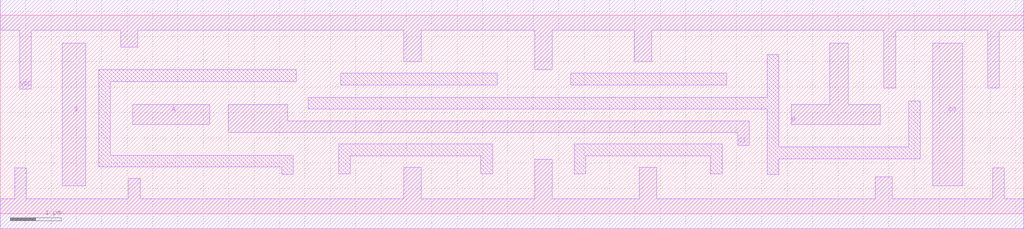
<source format=lef>
# Copyright 2022 GlobalFoundries PDK Authors
#
# Licensed under the Apache License, Version 2.0 (the "License");
# you may not use this file except in compliance with the License.
# You may obtain a copy of the License at
#
#      http://www.apache.org/licenses/LICENSE-2.0
#
# Unless required by applicable law or agreed to in writing, software
# distributed under the License is distributed on an "AS IS" BASIS,
# WITHOUT WARRANTIES OR CONDITIONS OF ANY KIND, either express or implied.
# See the License for the specific language governing permissions and
# limitations under the License.

MACRO gf180mcu_fd_sc_mcu7t5v0__addf_2
  CLASS core ;
  FOREIGN gf180mcu_fd_sc_mcu7t5v0__addf_2 0.0 0.0 ;
  ORIGIN 0 0 ;
  SYMMETRY X Y ;
  SITE GF018hv5v_mcu_sc7 ;
  SIZE 20.16 BY 3.92 ;
  PIN A
    DIRECTION INPUT ;
    ANTENNAGATEAREA 2.372 ;
    PORT
      LAYER Metal1 ;
        POLYGON 2.605 1.76 4.13 1.76 4.13 2.16 2.605 2.16  ;
    END
  END A
  PIN B
    DIRECTION INPUT ;
    ANTENNAGATEAREA 2.372 ;
    PORT
      LAYER Metal1 ;
        POLYGON 15.58 1.76 17.335 1.76 17.335 2.16 16.7 2.16 16.7 3.37 16.34 3.37 16.34 2.16 15.58 2.16  ;
    END
  END B
  PIN CI
    DIRECTION INPUT ;
    ANTENNAGATEAREA 1.754 ;
    PORT
      LAYER Metal1 ;
        POLYGON 4.49 1.605 9.695 1.605 14.215 1.605 14.525 1.605 14.525 1.345 14.755 1.345 14.755 1.835 14.215 1.835 9.695 1.835 5.66 1.835 5.66 2.16 4.49 2.16  ;
    END
  END CI
  PIN CO
    DIRECTION OUTPUT ;
    ANTENNADIFFAREA 1.0452 ;
    PORT
      LAYER Metal1 ;
        POLYGON 18.37 0.55 18.96 0.55 18.96 3.37 18.37 3.37  ;
    END
  END CO
  PIN S
    DIRECTION OUTPUT ;
    ANTENNADIFFAREA 1.0062 ;
    PORT
      LAYER Metal1 ;
        POLYGON 1.22 0.55 1.68 0.55 1.68 3.37 1.22 3.37  ;
    END
  END S
  PIN VDD
    DIRECTION INOUT ;
    USE power ;
    SHAPE ABUTMENT ;
    PORT
      LAYER Metal1 ;
        POLYGON 0 3.62 0.385 3.62 0.385 2.46 0.615 2.46 0.615 3.62 2.37 3.62 2.37 3.285 2.71 3.285 2.71 3.62 5.83 3.62 7.95 3.62 7.95 3.005 8.29 3.005 8.29 3.62 9.79 3.62 10.53 3.62 10.53 2.845 10.87 2.845 10.87 3.62 12.49 3.62 12.49 3.005 12.83 3.005 12.83 3.62 14.31 3.62 17.405 3.62 17.405 2.48 17.635 2.48 17.635 3.62 18.12 3.62 19.445 3.62 19.445 2.48 19.675 2.48 19.675 3.62 20.16 3.62 20.16 4.22 18.12 4.22 14.31 4.22 9.79 4.22 5.83 4.22 0 4.22  ;
    END
  END VDD
  PIN VSS
    DIRECTION INOUT ;
    USE ground ;
    SHAPE ABUTMENT ;
    PORT
      LAYER Metal1 ;
        POLYGON 0 -0.3 20.16 -0.3 20.16 0.3 19.775 0.3 19.775 0.905 19.545 0.905 19.545 0.3 17.57 0.3 17.57 0.73 17.23 0.73 17.23 0.3 12.93 0.3 12.93 0.915 12.59 0.915 12.59 0.3 10.87 0.3 10.87 1.075 10.53 1.075 10.53 0.3 8.29 0.3 8.29 0.915 7.95 0.915 7.95 0.3 2.755 0.3 2.755 0.695 2.525 0.695 2.525 0.3 0.515 0.3 0.515 0.905 0.285 0.905 0.285 0.3 0 0.3  ;
    END
  END VSS
  OBS
      LAYER Metal1 ;
        POLYGON 2.17 2.61 5.83 2.61 5.83 2.845 1.94 2.845 1.94 0.925 5.545 0.925 5.545 0.78 5.775 0.78 5.775 1.155 2.17 1.155  ;
        POLYGON 6.665 0.79 6.895 0.79 6.895 1.145 9.465 1.145 9.465 0.79 9.695 0.79 9.695 1.375 6.665 1.375  ;
        POLYGON 6.71 2.54 9.79 2.54 9.79 2.775 6.71 2.775  ;
        POLYGON 11.305 0.79 11.535 0.79 11.535 1.145 13.985 1.145 13.985 0.79 14.215 0.79 14.215 1.375 11.305 1.375  ;
        POLYGON 11.24 2.545 14.31 2.545 14.31 2.775 11.24 2.775  ;
        POLYGON 6.07 2.065 15.105 2.065 15.105 0.78 15.335 0.78 15.335 1.085 18.12 1.085 18.12 2.23 17.89 2.23 17.89 1.315 15.335 1.315 15.335 3.14 15.105 3.14 15.105 2.295 6.07 2.295  ;
  END
END gf180mcu_fd_sc_mcu7t5v0__addf_2

</source>
